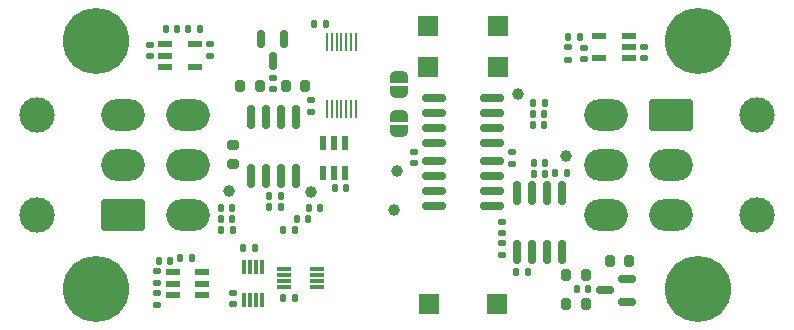
<source format=gts>
%TF.GenerationSoftware,KiCad,Pcbnew,(7.0.0)*%
%TF.CreationDate,2023-03-31T05:55:35+01:00*%
%TF.ProjectId,CANRepIso,43414e52-6570-4497-936f-2e6b69636164,rev?*%
%TF.SameCoordinates,Original*%
%TF.FileFunction,Soldermask,Top*%
%TF.FilePolarity,Negative*%
%FSLAX46Y46*%
G04 Gerber Fmt 4.6, Leading zero omitted, Abs format (unit mm)*
G04 Created by KiCad (PCBNEW (7.0.0)) date 2023-03-31 05:55:35*
%MOMM*%
%LPD*%
G01*
G04 APERTURE LIST*
G04 Aperture macros list*
%AMRoundRect*
0 Rectangle with rounded corners*
0 $1 Rounding radius*
0 $2 $3 $4 $5 $6 $7 $8 $9 X,Y pos of 4 corners*
0 Add a 4 corners polygon primitive as box body*
4,1,4,$2,$3,$4,$5,$6,$7,$8,$9,$2,$3,0*
0 Add four circle primitives for the rounded corners*
1,1,$1+$1,$2,$3*
1,1,$1+$1,$4,$5*
1,1,$1+$1,$6,$7*
1,1,$1+$1,$8,$9*
0 Add four rect primitives between the rounded corners*
20,1,$1+$1,$2,$3,$4,$5,0*
20,1,$1+$1,$4,$5,$6,$7,0*
20,1,$1+$1,$6,$7,$8,$9,0*
20,1,$1+$1,$8,$9,$2,$3,0*%
%AMFreePoly0*
4,1,19,0.500000,-0.750000,0.000000,-0.750000,0.000000,-0.744911,-0.071157,-0.744911,-0.207708,-0.704816,-0.327430,-0.627875,-0.420627,-0.520320,-0.479746,-0.390866,-0.500000,-0.250000,-0.500000,0.250000,-0.479746,0.390866,-0.420627,0.520320,-0.327430,0.627875,-0.207708,0.704816,-0.071157,0.744911,0.000000,0.744911,0.000000,0.750000,0.500000,0.750000,0.500000,-0.750000,0.500000,-0.750000,
$1*%
%AMFreePoly1*
4,1,19,0.000000,0.744911,0.071157,0.744911,0.207708,0.704816,0.327430,0.627875,0.420627,0.520320,0.479746,0.390866,0.500000,0.250000,0.500000,-0.250000,0.479746,-0.390866,0.420627,-0.520320,0.327430,-0.627875,0.207708,-0.704816,0.071157,-0.744911,0.000000,-0.744911,0.000000,-0.750000,-0.500000,-0.750000,-0.500000,0.750000,0.000000,0.750000,0.000000,0.744911,0.000000,0.744911,
$1*%
G04 Aperture macros list end*
%ADD10RoundRect,0.140000X-0.140000X-0.170000X0.140000X-0.170000X0.140000X0.170000X-0.140000X0.170000X0*%
%ADD11R,1.200000X0.600000*%
%ADD12RoundRect,0.140000X-0.170000X0.140000X-0.170000X-0.140000X0.170000X-0.140000X0.170000X0.140000X0*%
%ADD13RoundRect,0.140000X0.170000X-0.140000X0.170000X0.140000X-0.170000X0.140000X-0.170000X-0.140000X0*%
%ADD14RoundRect,0.135000X0.135000X0.185000X-0.135000X0.185000X-0.135000X-0.185000X0.135000X-0.185000X0*%
%ADD15RoundRect,0.135000X0.185000X-0.135000X0.185000X0.135000X-0.185000X0.135000X-0.185000X-0.135000X0*%
%ADD16RoundRect,0.150000X0.825000X0.150000X-0.825000X0.150000X-0.825000X-0.150000X0.825000X-0.150000X0*%
%ADD17RoundRect,0.150000X-0.150000X0.825000X-0.150000X-0.825000X0.150000X-0.825000X0.150000X0.825000X0*%
%ADD18RoundRect,0.150000X-0.825000X-0.150000X0.825000X-0.150000X0.825000X0.150000X-0.825000X0.150000X0*%
%ADD19RoundRect,0.150000X0.150000X-0.825000X0.150000X0.825000X-0.150000X0.825000X-0.150000X-0.825000X0*%
%ADD20RoundRect,0.008100X0.126900X-0.551900X0.126900X0.551900X-0.126900X0.551900X-0.126900X-0.551900X0*%
%ADD21RoundRect,0.040600X-0.249400X0.564400X-0.249400X-0.564400X0.249400X-0.564400X0.249400X0.564400X0*%
%ADD22RoundRect,0.040600X0.564400X0.249400X-0.564400X0.249400X-0.564400X-0.249400X0.564400X-0.249400X0*%
%ADD23RoundRect,0.008100X0.551900X0.126900X-0.551900X0.126900X-0.551900X-0.126900X0.551900X-0.126900X0*%
%ADD24R,0.240000X1.570000*%
%ADD25R,1.700000X1.700000*%
%ADD26C,1.000000*%
%ADD27C,3.000000*%
%ADD28RoundRect,0.250001X-1.599999X1.099999X-1.599999X-1.099999X1.599999X-1.099999X1.599999X1.099999X0*%
%ADD29O,3.700000X2.700000*%
%ADD30RoundRect,0.250001X1.599999X-1.099999X1.599999X1.099999X-1.599999X1.099999X-1.599999X-1.099999X0*%
%ADD31RoundRect,0.135000X-0.185000X0.135000X-0.185000X-0.135000X0.185000X-0.135000X0.185000X0.135000X0*%
%ADD32RoundRect,0.200000X-0.200000X-0.275000X0.200000X-0.275000X0.200000X0.275000X-0.200000X0.275000X0*%
%ADD33RoundRect,0.200000X0.200000X0.275000X-0.200000X0.275000X-0.200000X-0.275000X0.200000X-0.275000X0*%
%ADD34RoundRect,0.135000X-0.135000X-0.185000X0.135000X-0.185000X0.135000X0.185000X-0.135000X0.185000X0*%
%ADD35RoundRect,0.200000X-0.275000X0.200000X-0.275000X-0.200000X0.275000X-0.200000X0.275000X0.200000X0*%
%ADD36FreePoly0,270.000000*%
%ADD37FreePoly1,270.000000*%
%ADD38FreePoly0,90.000000*%
%ADD39FreePoly1,90.000000*%
%ADD40C,5.600000*%
%ADD41RoundRect,0.147500X0.147500X0.172500X-0.147500X0.172500X-0.147500X-0.172500X0.147500X-0.172500X0*%
%ADD42RoundRect,0.147500X-0.147500X-0.172500X0.147500X-0.172500X0.147500X0.172500X-0.147500X0.172500X0*%
%ADD43RoundRect,0.147500X-0.172500X0.147500X-0.172500X-0.147500X0.172500X-0.147500X0.172500X0.147500X0*%
%ADD44RoundRect,0.150000X0.587500X0.150000X-0.587500X0.150000X-0.587500X-0.150000X0.587500X-0.150000X0*%
%ADD45RoundRect,0.150000X-0.150000X0.587500X-0.150000X-0.587500X0.150000X-0.587500X0.150000X0.587500X0*%
%ADD46RoundRect,0.140000X0.140000X0.170000X-0.140000X0.170000X-0.140000X-0.170000X0.140000X-0.170000X0*%
G04 APERTURE END LIST*
D10*
%TO.C,C10*%
X152110000Y-97220000D03*
X153070000Y-97220000D03*
%TD*%
D11*
%TO.C,U11*%
X160118999Y-87467999D03*
X160118999Y-86517999D03*
X160118999Y-85567999D03*
X157618999Y-85567999D03*
X157618999Y-87467999D03*
%TD*%
%TO.C,U10*%
X123369999Y-86289999D03*
X123369999Y-88189999D03*
X120869999Y-88189999D03*
X120869999Y-87239999D03*
X120869999Y-86289999D03*
%TD*%
D12*
%TO.C,C23*%
X124680001Y-86290000D03*
X124680001Y-87250000D03*
%TD*%
D13*
%TO.C,C22*%
X156309000Y-87528000D03*
X156309000Y-86568000D03*
%TD*%
%TO.C,C14*%
X161427000Y-87430000D03*
X161427000Y-86470000D03*
%TD*%
D12*
%TO.C,C13*%
X119560001Y-86330000D03*
X119560001Y-87290000D03*
%TD*%
D14*
%TO.C,R16*%
X151640001Y-105550000D03*
X150620001Y-105550000D03*
%TD*%
D15*
%TO.C,R15*%
X133210000Y-91975000D03*
X133210000Y-90955000D03*
%TD*%
D16*
%TO.C,U9*%
X143635000Y-94605000D03*
X143635000Y-93335000D03*
X143635000Y-92065000D03*
X143635000Y-90795000D03*
X148585000Y-90795000D03*
X148585000Y-92065000D03*
X148585000Y-93335000D03*
X148585000Y-94605000D03*
%TD*%
D17*
%TO.C,U8*%
X154510000Y-98900000D03*
X153240000Y-98900000D03*
X151970000Y-98900000D03*
X150700000Y-98900000D03*
X150700000Y-103850000D03*
X151970000Y-103850000D03*
X153240000Y-103850000D03*
X154510000Y-103850000D03*
%TD*%
D18*
%TO.C,U7*%
X148580000Y-96190000D03*
X148580000Y-97460000D03*
X148580000Y-98730000D03*
X148580000Y-100000000D03*
X143630000Y-100000000D03*
X143630000Y-98730000D03*
X143630000Y-97460000D03*
X143630000Y-96190000D03*
%TD*%
D19*
%TO.C,U6*%
X128130000Y-92445000D03*
X129400000Y-92445000D03*
X130670000Y-92445000D03*
X131940000Y-92445000D03*
X131940000Y-97395000D03*
X130670000Y-97395000D03*
X129400000Y-97395000D03*
X128130000Y-97395000D03*
%TD*%
D20*
%TO.C,U5*%
X127550000Y-105120000D03*
X128050000Y-105120000D03*
X128550000Y-105120000D03*
X129050000Y-105120000D03*
X129050000Y-107930000D03*
X128550000Y-107930000D03*
X128050000Y-107930000D03*
X127550000Y-107930000D03*
%TD*%
D21*
%TO.C,U4*%
X136110000Y-94645000D03*
X135160000Y-94645000D03*
X134210000Y-94645000D03*
X134210000Y-97155000D03*
X135160000Y-97155000D03*
X136110000Y-97155000D03*
%TD*%
D22*
%TO.C,U3*%
X124016799Y-107493201D03*
X124016799Y-106543201D03*
X124016799Y-105593201D03*
X121506799Y-105593201D03*
X121506799Y-106543201D03*
X121506799Y-107493201D03*
%TD*%
D23*
%TO.C,U2*%
X130920000Y-106820000D03*
X130920000Y-106320000D03*
X130920000Y-105820000D03*
X130920000Y-105320000D03*
X133730000Y-105320000D03*
X133730000Y-105820000D03*
X133730000Y-106320000D03*
X133730000Y-106820000D03*
%TD*%
D24*
%TO.C,U1*%
X134599999Y-91779999D03*
X134999999Y-91779999D03*
X135399999Y-91779999D03*
X135799999Y-91779999D03*
X136199999Y-91779999D03*
X136599999Y-91779999D03*
X136999999Y-91779999D03*
X136999999Y-86039999D03*
X136599999Y-86039999D03*
X136199999Y-86039999D03*
X135799999Y-86039999D03*
X135399999Y-86039999D03*
X134999999Y-86039999D03*
X134599999Y-86039999D03*
%TD*%
D25*
%TO.C,TP12*%
X149040999Y-88191999D03*
%TD*%
%TO.C,TP11*%
X143157999Y-88193999D03*
%TD*%
%TO.C,TP10*%
X148978999Y-108227999D03*
%TD*%
%TO.C,TP9*%
X149039999Y-84709999D03*
%TD*%
%TO.C,TP8*%
X143243999Y-108254999D03*
%TD*%
%TO.C,TP7*%
X143159999Y-84699999D03*
%TD*%
D26*
%TO.C,TP6*%
X150760000Y-90520000D03*
%TD*%
%TO.C,TP5*%
X154800000Y-95750000D03*
%TD*%
%TO.C,TP4*%
X140270000Y-100330000D03*
%TD*%
%TO.C,TP3*%
X140480000Y-96980000D03*
%TD*%
%TO.C,TP2*%
X126320000Y-98730000D03*
%TD*%
%TO.C,TP1*%
X133250000Y-98800000D03*
%TD*%
D27*
%TO.C,RBUS2*%
X171000000Y-92300000D03*
X171000000Y-100700000D03*
D28*
X163700000Y-92300000D03*
D29*
X163699999Y-96499999D03*
X163699999Y-100699999D03*
X158199999Y-92299999D03*
X158199999Y-96499999D03*
X158199999Y-100699999D03*
%TD*%
D27*
%TO.C,RBUS1*%
X110000000Y-100700000D03*
X110000000Y-92300000D03*
D30*
X117300000Y-100700000D03*
D29*
X117299999Y-96499999D03*
X117299999Y-92299999D03*
X122799999Y-100699999D03*
X122799999Y-96499999D03*
X122799999Y-92299999D03*
%TD*%
D15*
%TO.C,R14*%
X154966000Y-87566000D03*
X154966000Y-86546000D03*
%TD*%
D14*
%TO.C,R13*%
X123805000Y-84970000D03*
X122785000Y-84970000D03*
%TD*%
%TO.C,R12*%
X122131799Y-104373202D03*
X123151799Y-104373202D03*
%TD*%
D31*
%TO.C,R11*%
X120181799Y-107303202D03*
X120181799Y-108323202D03*
%TD*%
D32*
%TO.C,R9*%
X154860000Y-105835000D03*
X156510000Y-105835000D03*
%TD*%
D33*
%TO.C,R10*%
X156490000Y-108235000D03*
X154840000Y-108235000D03*
%TD*%
D32*
%TO.C,R8*%
X158515000Y-104630000D03*
X160165000Y-104630000D03*
%TD*%
D15*
%TO.C,R7*%
X149440000Y-104150000D03*
X149440000Y-103130000D03*
%TD*%
D34*
%TO.C,R6*%
X152005000Y-91230000D03*
X153025000Y-91230000D03*
%TD*%
D14*
%TO.C,R5*%
X126592500Y-102040000D03*
X125572500Y-102040000D03*
%TD*%
D34*
%TO.C,R4*%
X130890000Y-102040000D03*
X131910000Y-102040000D03*
%TD*%
D35*
%TO.C,R3*%
X126600000Y-96430000D03*
X126600000Y-94780000D03*
%TD*%
D32*
%TO.C,R2*%
X127225000Y-89805000D03*
X128875000Y-89805000D03*
%TD*%
%TO.C,R1*%
X131105000Y-89795000D03*
X132755000Y-89795000D03*
%TD*%
D36*
%TO.C,JP2*%
X140670000Y-92340000D03*
D37*
X140670000Y-93640000D03*
%TD*%
D38*
%TO.C,JP1*%
X140670000Y-90320000D03*
D39*
X140670000Y-89020000D03*
%TD*%
D40*
%TO.C,H4*%
X166000000Y-107000000D03*
%TD*%
%TO.C,H3*%
X166000000Y-86000000D03*
%TD*%
%TO.C,H2*%
X115000000Y-107000000D03*
%TD*%
%TO.C,H1*%
X115000000Y-86000000D03*
%TD*%
D41*
%TO.C,D8*%
X154995000Y-85654000D03*
X155965000Y-85654000D03*
%TD*%
D42*
%TO.C,D7*%
X121915000Y-84970000D03*
X120945000Y-84970000D03*
%TD*%
D43*
%TO.C,D6*%
X149440000Y-101305000D03*
X149440000Y-102275000D03*
%TD*%
D42*
%TO.C,D5*%
X152030000Y-92170000D03*
X153000000Y-92170000D03*
%TD*%
D41*
%TO.C,D4*%
X125597500Y-101100000D03*
X126567500Y-101100000D03*
%TD*%
%TO.C,D3*%
X132977500Y-101100000D03*
X132007500Y-101100000D03*
%TD*%
D44*
%TO.C,D2*%
X158152500Y-107120000D03*
X160027500Y-106170000D03*
X160027500Y-108070000D03*
%TD*%
D45*
%TO.C,D1*%
X130935000Y-85845000D03*
X129035000Y-85845000D03*
X129985000Y-87720000D03*
%TD*%
D46*
%TO.C,C21*%
X121281799Y-104593202D03*
X120321799Y-104593202D03*
%TD*%
D10*
%TO.C,C20*%
X127510000Y-103490000D03*
X128470000Y-103490000D03*
%TD*%
%TO.C,C19*%
X131840000Y-107780000D03*
X130880000Y-107780000D03*
%TD*%
D13*
%TO.C,C18*%
X126590000Y-107345000D03*
X126590000Y-108305000D03*
%TD*%
D46*
%TO.C,C17*%
X134480000Y-84540000D03*
X133520000Y-84540000D03*
%TD*%
D10*
%TO.C,C16*%
X135230000Y-98470000D03*
X136190000Y-98470000D03*
%TD*%
D13*
%TO.C,C15*%
X120186800Y-106453200D03*
X120186800Y-105493200D03*
%TD*%
D10*
%TO.C,C12*%
X156725000Y-107035000D03*
X155765000Y-107035000D03*
%TD*%
%TO.C,C11*%
X152110000Y-96290000D03*
X153070000Y-96290000D03*
%TD*%
D46*
%TO.C,C9*%
X154890000Y-97210000D03*
X153930000Y-97210000D03*
%TD*%
D12*
%TO.C,C8*%
X150270000Y-95420000D03*
X150270000Y-96380000D03*
%TD*%
%TO.C,C7*%
X141940000Y-95360000D03*
X141940000Y-96320000D03*
%TD*%
D10*
%TO.C,C6*%
X152030000Y-93080000D03*
X152990000Y-93080000D03*
%TD*%
D46*
%TO.C,C5*%
X130670000Y-100035001D03*
X129710000Y-100035001D03*
%TD*%
%TO.C,C4*%
X130670000Y-99085000D03*
X129710000Y-99085000D03*
%TD*%
D13*
%TO.C,C3*%
X129985000Y-90100000D03*
X129985000Y-89140000D03*
%TD*%
D46*
%TO.C,C2*%
X126560000Y-100170000D03*
X125600000Y-100170000D03*
%TD*%
D10*
%TO.C,C1*%
X133050000Y-100160000D03*
X134010000Y-100160000D03*
%TD*%
M02*

</source>
